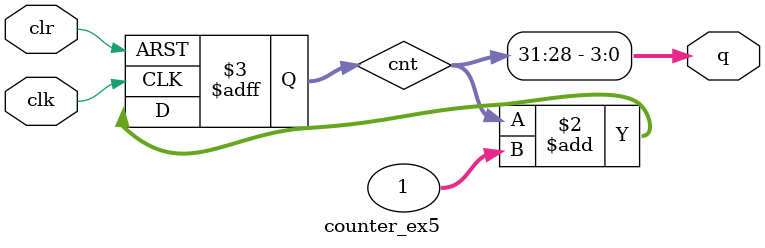
<source format=v>
module counter_ex5(clk,clr,q);
    
    input clk,clr;
    output [3:0] q;
    
    reg [31:0] cnt;
    
    always @(posedge clr or posedge clk)
    begin
        if(clr)
            cnt <= 32'h00000000;
        else
            cnt <= cnt + 1;
    end
    
    assign q = cnt[31:28];
    
endmodule
</source>
